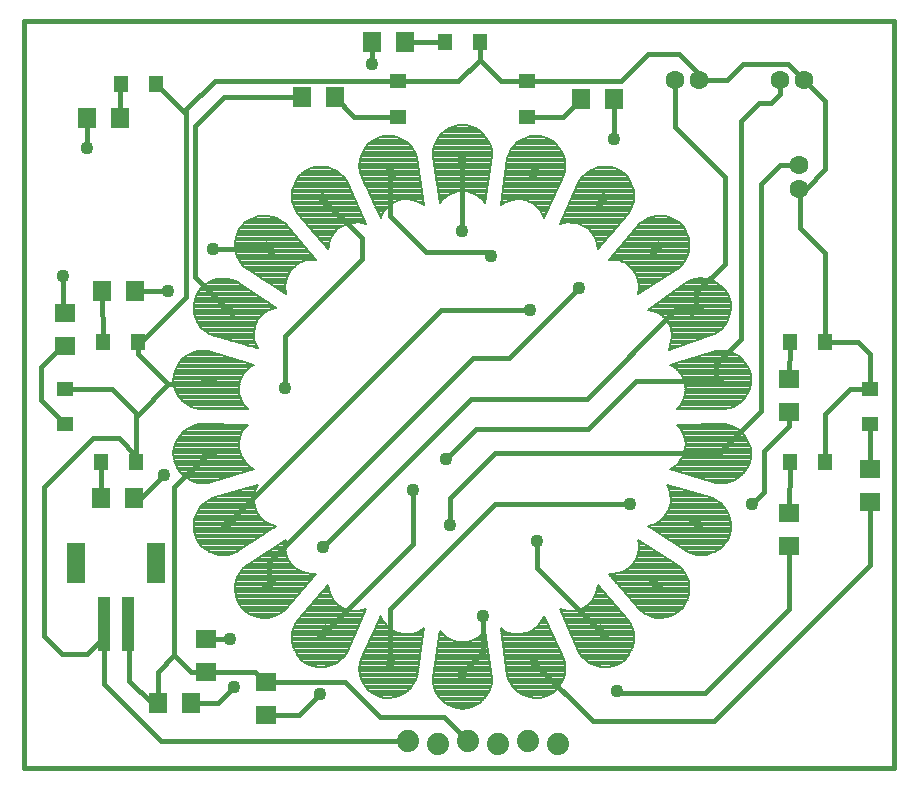
<source format=gtl>
G75*
%MOIN*%
%OFA0B0*%
%FSLAX25Y25*%
%IPPOS*%
%LPD*%
%AMOC8*
5,1,8,0,0,1.08239X$1,22.5*
%
%ADD10C,0.01600*%
%ADD11C,0.06299*%
%ADD12R,0.07087X0.06299*%
%ADD13R,0.06299X0.07087*%
%ADD14R,0.03937X0.18110*%
%ADD15R,0.06299X0.13386*%
%ADD16C,0.07400*%
%ADD17R,0.04724X0.05512*%
%ADD18R,0.05512X0.04724*%
%ADD19C,0.00800*%
%ADD20R,0.05000X0.02500*%
%ADD21R,0.02500X0.05000*%
%ADD22C,0.04362*%
D10*
X0099122Y0098622D02*
X0389122Y0098622D01*
X0389122Y0347622D01*
X0099122Y0347622D01*
X0099122Y0098622D01*
X0125622Y0126622D02*
X0144622Y0107622D01*
X0227122Y0107622D01*
X0217622Y0115622D02*
X0239122Y0115622D01*
X0247122Y0107622D01*
X0245122Y0130122D02*
X0252122Y0137122D01*
X0252122Y0149122D01*
X0269122Y0133622D02*
X0288622Y0114122D01*
X0329122Y0114122D01*
X0381122Y0166122D01*
X0381122Y0187110D01*
X0381122Y0198134D02*
X0381122Y0213217D01*
X0381122Y0225028D02*
X0374528Y0225028D01*
X0366122Y0216622D01*
X0366122Y0200717D01*
X0366028Y0200622D01*
X0354217Y0200622D02*
X0354122Y0183634D01*
X0345622Y0190622D02*
X0341622Y0186622D01*
X0345622Y0190622D02*
X0345622Y0204122D01*
X0354110Y0212610D01*
X0354110Y0217122D01*
X0354122Y0217110D01*
X0344622Y0217622D02*
X0344622Y0293122D01*
X0351122Y0299622D01*
X0357224Y0299622D01*
X0357287Y0299559D01*
X0357287Y0291685D02*
X0357622Y0291350D01*
X0357622Y0278622D01*
X0366028Y0270217D01*
X0366028Y0240622D01*
X0377122Y0240622D01*
X0381122Y0236622D01*
X0381122Y0225028D01*
X0354122Y0228134D02*
X0354217Y0240622D01*
X0338122Y0241622D02*
X0338122Y0314122D01*
X0344122Y0320122D01*
X0348122Y0320122D01*
X0351122Y0323122D01*
X0351122Y0327724D01*
X0351185Y0327787D01*
X0353724Y0333122D02*
X0359059Y0327787D01*
X0366122Y0320724D01*
X0366122Y0298122D01*
X0359685Y0291685D01*
X0357287Y0291685D01*
X0332622Y0295622D02*
X0316122Y0312122D01*
X0316122Y0327724D01*
X0316185Y0327787D01*
X0324059Y0327787D02*
X0326122Y0327787D01*
X0317287Y0336622D01*
X0307122Y0336622D01*
X0298028Y0327528D01*
X0266622Y0327528D01*
X0266528Y0327622D01*
X0258122Y0327622D01*
X0251028Y0334717D01*
X0243839Y0327528D01*
X0223622Y0327528D01*
X0223528Y0327622D01*
X0162622Y0327622D01*
X0153122Y0318122D01*
X0153122Y0316528D01*
X0143028Y0326622D01*
X0131217Y0326622D02*
X0131122Y0326717D01*
X0131134Y0315122D01*
X0120110Y0315122D02*
X0120122Y0305122D01*
X0153122Y0316528D02*
X0153122Y0255622D01*
X0138122Y0240622D01*
X0137028Y0240622D01*
X0137028Y0236717D01*
X0147122Y0226622D01*
X0159622Y0226622D01*
X0160622Y0227622D01*
X0147122Y0226622D02*
X0136872Y0216372D01*
X0128217Y0225028D01*
X0112622Y0225028D01*
X0104622Y0221217D02*
X0104622Y0232122D01*
X0111610Y0239110D01*
X0112622Y0239110D01*
X0112622Y0250134D02*
X0112122Y0250634D01*
X0112122Y0262622D01*
X0125110Y0257622D02*
X0125217Y0240622D01*
X0136134Y0257622D02*
X0147122Y0257622D01*
X0156122Y0262122D02*
X0156122Y0312622D01*
X0165622Y0322122D01*
X0191610Y0322122D01*
X0202634Y0322122D02*
X0209039Y0315717D01*
X0223622Y0315717D01*
X0221122Y0297622D02*
X0221122Y0282622D01*
X0233122Y0270622D01*
X0253122Y0270622D01*
X0254622Y0269122D01*
X0245122Y0277622D02*
X0245122Y0301122D01*
X0266622Y0315717D02*
X0278705Y0315717D01*
X0284610Y0321622D01*
X0295622Y0321610D02*
X0295634Y0321622D01*
X0295622Y0321610D02*
X0295622Y0308122D01*
X0326122Y0327787D02*
X0333287Y0327787D01*
X0338622Y0333122D01*
X0353724Y0333122D01*
X0332622Y0295622D02*
X0332622Y0266622D01*
X0323122Y0257122D01*
X0323122Y0251122D01*
X0316122Y0251122D01*
X0286622Y0221622D01*
X0248122Y0221622D01*
X0198622Y0172122D01*
X0180622Y0167122D02*
X0180622Y0159622D01*
X0180622Y0167122D02*
X0248622Y0235122D01*
X0260622Y0235122D01*
X0284122Y0258622D01*
X0267622Y0251122D02*
X0238122Y0251122D01*
X0167122Y0180122D01*
X0149122Y0192122D02*
X0160622Y0203622D01*
X0149122Y0192122D02*
X0149122Y0136122D01*
X0143610Y0130610D01*
X0143610Y0120122D01*
X0141622Y0120122D01*
X0134122Y0127622D01*
X0134122Y0145992D01*
X0133559Y0146555D01*
X0125685Y0146555D02*
X0125622Y0146492D01*
X0125622Y0142122D01*
X0125622Y0126622D01*
X0120122Y0136622D02*
X0125622Y0142122D01*
X0120122Y0136622D02*
X0111622Y0136622D01*
X0105622Y0142622D01*
X0105622Y0192122D01*
X0122122Y0208622D01*
X0130622Y0208622D01*
X0136528Y0202717D01*
X0136528Y0200622D01*
X0136528Y0200217D01*
X0136528Y0200622D02*
X0136528Y0216028D01*
X0136872Y0216372D01*
X0124717Y0200622D02*
X0124610Y0188622D01*
X0135634Y0188622D02*
X0138122Y0188622D01*
X0145622Y0196122D01*
X0112622Y0213217D02*
X0104622Y0221217D01*
X0156122Y0262122D02*
X0167122Y0251122D01*
X0186122Y0242622D02*
X0211622Y0268122D01*
X0211622Y0275122D01*
X0199122Y0287622D01*
X0180622Y0271622D02*
X0162122Y0271622D01*
X0186122Y0242622D02*
X0186122Y0225122D01*
X0228622Y0191122D02*
X0228622Y0173122D01*
X0199122Y0143622D01*
X0206110Y0127134D02*
X0179622Y0127134D01*
X0176146Y0130610D01*
X0159622Y0130610D01*
X0154634Y0130610D01*
X0149122Y0136122D01*
X0159622Y0141634D02*
X0159634Y0141622D01*
X0167622Y0141622D01*
X0169122Y0125622D02*
X0163622Y0120122D01*
X0154634Y0120122D01*
X0179622Y0116110D02*
X0190610Y0116110D01*
X0197622Y0123122D01*
X0206110Y0127134D02*
X0217622Y0115622D01*
X0221122Y0133622D02*
X0221122Y0151622D01*
X0256122Y0186622D01*
X0301122Y0186622D01*
X0287122Y0211622D02*
X0303122Y0227622D01*
X0329622Y0227622D01*
X0329622Y0233122D01*
X0338122Y0241622D01*
X0344622Y0217622D02*
X0330622Y0203622D01*
X0329622Y0203622D01*
X0256122Y0203622D01*
X0241122Y0188622D01*
X0241122Y0179622D01*
X0239622Y0201622D02*
X0249622Y0211622D01*
X0287122Y0211622D01*
X0270122Y0174122D02*
X0270122Y0165122D01*
X0291622Y0143622D01*
X0296622Y0124122D02*
X0296622Y0123622D01*
X0326122Y0123622D01*
X0354122Y0151622D01*
X0354122Y0172610D01*
X0251028Y0334717D02*
X0251028Y0340622D01*
X0239217Y0340622D02*
X0226134Y0340622D01*
X0215122Y0340610D02*
X0215122Y0333122D01*
X0215122Y0340610D02*
X0215110Y0340622D01*
D11*
X0316185Y0327787D03*
X0324059Y0327787D03*
X0351185Y0327787D03*
X0359059Y0327787D03*
X0357287Y0299559D03*
X0357287Y0291685D03*
D12*
X0354122Y0228134D03*
X0354122Y0217110D03*
X0381122Y0198134D03*
X0381122Y0187110D03*
X0354122Y0183634D03*
X0354122Y0172610D03*
X0179622Y0127134D03*
X0179622Y0116110D03*
X0159622Y0130610D03*
X0159622Y0141634D03*
X0112622Y0239110D03*
X0112622Y0250134D03*
D13*
X0125110Y0257622D03*
X0136134Y0257622D03*
X0131134Y0315122D03*
X0120110Y0315122D03*
X0191610Y0322122D03*
X0202634Y0322122D03*
X0215110Y0340622D03*
X0226134Y0340622D03*
X0284610Y0321622D03*
X0295634Y0321622D03*
X0135634Y0188622D03*
X0124610Y0188622D03*
X0143610Y0120122D03*
X0154634Y0120122D03*
D14*
X0133559Y0146555D03*
X0125685Y0146555D03*
D15*
X0116236Y0167028D03*
X0143008Y0167028D03*
D16*
X0227122Y0107622D03*
X0237122Y0106622D03*
X0247122Y0107622D03*
X0257122Y0106622D03*
X0267122Y0107622D03*
X0277122Y0106622D03*
D17*
X0354217Y0200622D03*
X0366028Y0200622D03*
X0366028Y0240622D03*
X0354217Y0240622D03*
X0251028Y0340622D03*
X0239217Y0340622D03*
X0143028Y0326622D03*
X0131217Y0326622D03*
X0137028Y0240622D03*
X0125217Y0240622D03*
X0124717Y0200622D03*
X0136528Y0200622D03*
D18*
X0112622Y0213217D03*
X0112622Y0225028D03*
X0223622Y0315717D03*
X0223622Y0327528D03*
X0266622Y0327528D03*
X0266622Y0315717D03*
X0381122Y0225028D03*
X0381122Y0213217D03*
D19*
X0341207Y0205077D02*
X0340788Y0206596D01*
X0340136Y0208031D01*
X0339268Y0209346D01*
X0338205Y0210509D01*
X0336973Y0211491D01*
X0335603Y0212269D01*
X0334128Y0212823D01*
X0332585Y0213139D01*
X0316661Y0213047D01*
X0317642Y0211967D01*
X0318439Y0210744D01*
X0319031Y0209409D01*
X0319402Y0207997D01*
X0319544Y0206545D01*
X0319452Y0205088D01*
X0319128Y0203664D01*
X0318583Y0202310D01*
X0317828Y0201061D01*
X0316883Y0199947D01*
X0315774Y0198999D01*
X0314527Y0198240D01*
X0329777Y0193656D01*
X0331347Y0193523D01*
X0332918Y0193638D01*
X0334453Y0193997D01*
X0335912Y0194592D01*
X0337260Y0195408D01*
X0338464Y0196424D01*
X0339494Y0197616D01*
X0340325Y0198955D01*
X0340936Y0200407D01*
X0341312Y0201937D01*
X0341383Y0203511D01*
X0341207Y0205077D01*
X0341213Y0205026D02*
X0319437Y0205026D01*
X0319498Y0205824D02*
X0341001Y0205824D01*
X0340776Y0206623D02*
X0319536Y0206623D01*
X0319458Y0207421D02*
X0340413Y0207421D01*
X0340011Y0208220D02*
X0319344Y0208220D01*
X0319134Y0209018D02*
X0339484Y0209018D01*
X0338838Y0209817D02*
X0318850Y0209817D01*
X0318496Y0210615D02*
X0338072Y0210615D01*
X0337071Y0211414D02*
X0318003Y0211414D01*
X0317420Y0212212D02*
X0335704Y0212212D01*
X0333212Y0213011D02*
X0316694Y0213011D01*
X0316661Y0218197D02*
X0332585Y0218105D01*
X0334128Y0218421D01*
X0335603Y0218975D01*
X0336974Y0219753D01*
X0338205Y0220735D01*
X0339268Y0221898D01*
X0340136Y0223213D01*
X0340788Y0224648D01*
X0341207Y0226167D01*
X0341383Y0227733D01*
X0341312Y0229307D01*
X0340936Y0230837D01*
X0340324Y0232289D01*
X0339494Y0233628D01*
X0338464Y0234820D01*
X0337260Y0235836D01*
X0335912Y0236652D01*
X0334453Y0237247D01*
X0332918Y0237606D01*
X0331347Y0237721D01*
X0329777Y0237589D01*
X0314527Y0233004D01*
X0315774Y0232245D01*
X0316883Y0231297D01*
X0317828Y0230183D01*
X0318583Y0228934D01*
X0319128Y0227580D01*
X0319452Y0226156D01*
X0319544Y0224700D01*
X0319402Y0223247D01*
X0319031Y0221835D01*
X0318439Y0220500D01*
X0317642Y0219277D01*
X0316661Y0218197D01*
X0317027Y0218600D02*
X0334605Y0218600D01*
X0336350Y0219399D02*
X0317722Y0219399D01*
X0318242Y0220197D02*
X0337531Y0220197D01*
X0338444Y0220996D02*
X0318659Y0220996D01*
X0319013Y0221794D02*
X0339173Y0221794D01*
X0339727Y0222593D02*
X0319230Y0222593D01*
X0319416Y0223391D02*
X0340217Y0223391D01*
X0340580Y0224190D02*
X0319494Y0224190D01*
X0319525Y0224988D02*
X0340882Y0224988D01*
X0341102Y0225787D02*
X0319475Y0225787D01*
X0319354Y0226585D02*
X0341254Y0226585D01*
X0341344Y0227384D02*
X0319173Y0227384D01*
X0318886Y0228182D02*
X0341363Y0228182D01*
X0341327Y0228981D02*
X0318554Y0228981D01*
X0318072Y0229779D02*
X0341196Y0229779D01*
X0340999Y0230578D02*
X0317493Y0230578D01*
X0316790Y0231376D02*
X0340709Y0231376D01*
X0340372Y0232175D02*
X0315856Y0232175D01*
X0314578Y0232973D02*
X0339900Y0232973D01*
X0339369Y0233772D02*
X0317080Y0233772D01*
X0319737Y0234570D02*
X0338679Y0234570D01*
X0337813Y0235369D02*
X0322393Y0235369D01*
X0325049Y0236167D02*
X0336712Y0236167D01*
X0335142Y0236966D02*
X0327706Y0236966D01*
X0322700Y0240959D02*
X0314866Y0240959D01*
X0314849Y0240762D02*
X0314491Y0239347D01*
X0313912Y0238006D01*
X0329008Y0243077D01*
X0330366Y0243877D01*
X0331582Y0244878D01*
X0332626Y0246058D01*
X0333473Y0247387D01*
X0334102Y0248831D01*
X0334497Y0250357D01*
X0334649Y0251925D01*
X0334554Y0253498D01*
X0334213Y0255036D01*
X0333636Y0256502D01*
X0332785Y0257828D01*
X0331736Y0259004D01*
X0330516Y0260001D01*
X0329155Y0260796D01*
X0327687Y0261367D01*
X0326148Y0261703D01*
X0324574Y0261793D01*
X0323007Y0261636D01*
X0321483Y0261235D01*
X0320040Y0260601D01*
X0307097Y0251325D01*
X0308523Y0251010D01*
X0309880Y0250472D01*
X0311134Y0249725D01*
X0312253Y0248787D01*
X0313208Y0247683D01*
X0313975Y0246441D01*
X0314534Y0245093D01*
X0314870Y0243672D01*
X0314976Y0242216D01*
X0314849Y0240762D01*
X0314697Y0240160D02*
X0320323Y0240160D01*
X0317946Y0239362D02*
X0314495Y0239362D01*
X0314153Y0238563D02*
X0315569Y0238563D01*
X0314936Y0241757D02*
X0325077Y0241757D01*
X0327454Y0242556D02*
X0314952Y0242556D01*
X0314894Y0243354D02*
X0329478Y0243354D01*
X0330701Y0244153D02*
X0314756Y0244153D01*
X0314567Y0244951D02*
X0331646Y0244951D01*
X0332353Y0245750D02*
X0314261Y0245750D01*
X0313909Y0246548D02*
X0332939Y0246548D01*
X0333448Y0247347D02*
X0313416Y0247347D01*
X0312808Y0248145D02*
X0333804Y0248145D01*
X0334131Y0248944D02*
X0312066Y0248944D01*
X0311105Y0249742D02*
X0334338Y0249742D01*
X0334515Y0250541D02*
X0309707Y0250541D01*
X0308232Y0252138D02*
X0334636Y0252138D01*
X0334588Y0252936D02*
X0309346Y0252936D01*
X0310460Y0253735D02*
X0334501Y0253735D01*
X0334324Y0254533D02*
X0311574Y0254533D01*
X0312688Y0255332D02*
X0334097Y0255332D01*
X0333783Y0256130D02*
X0313802Y0256130D01*
X0314916Y0256929D02*
X0333362Y0256929D01*
X0332849Y0257727D02*
X0316030Y0257727D01*
X0317144Y0258526D02*
X0332162Y0258526D01*
X0331344Y0259324D02*
X0318259Y0259324D01*
X0319373Y0260123D02*
X0330308Y0260123D01*
X0328833Y0260921D02*
X0320768Y0260921D01*
X0323848Y0261720D02*
X0325845Y0261720D01*
X0319128Y0267309D02*
X0298509Y0267309D01*
X0298313Y0267406D02*
X0299623Y0266762D01*
X0300814Y0265918D01*
X0301855Y0264894D01*
X0302720Y0263718D01*
X0303386Y0262419D01*
X0303836Y0261030D01*
X0304059Y0259588D01*
X0304049Y0258128D01*
X0303807Y0256688D01*
X0317257Y0265214D01*
X0318385Y0266314D01*
X0319327Y0267577D01*
X0320060Y0268971D01*
X0320566Y0270464D01*
X0320832Y0272017D01*
X0320852Y0273592D01*
X0320625Y0275151D01*
X0320157Y0276656D01*
X0319459Y0278069D01*
X0318549Y0279355D01*
X0317406Y0280439D01*
X0316107Y0281331D01*
X0314685Y0282009D01*
X0313174Y0282456D01*
X0311611Y0282661D01*
X0310036Y0282619D01*
X0308487Y0282331D01*
X0307002Y0281805D01*
X0305618Y0281052D01*
X0304368Y0280093D01*
X0294011Y0267996D01*
X0295471Y0268031D01*
X0296917Y0267832D01*
X0298313Y0267406D01*
X0299978Y0266511D02*
X0318532Y0266511D01*
X0317768Y0265712D02*
X0301023Y0265712D01*
X0301835Y0264914D02*
X0316784Y0264914D01*
X0315524Y0264115D02*
X0302428Y0264115D01*
X0302925Y0263317D02*
X0314264Y0263317D01*
X0313005Y0262518D02*
X0303335Y0262518D01*
X0303612Y0261720D02*
X0311745Y0261720D01*
X0310485Y0260921D02*
X0303853Y0260921D01*
X0303976Y0260123D02*
X0309225Y0260123D01*
X0307966Y0259324D02*
X0304057Y0259324D01*
X0304052Y0258526D02*
X0306706Y0258526D01*
X0305446Y0257727D02*
X0303982Y0257727D01*
X0303847Y0256929D02*
X0304186Y0256929D01*
X0307118Y0251339D02*
X0334592Y0251339D01*
X0319606Y0268108D02*
X0294107Y0268108D01*
X0294791Y0268906D02*
X0320026Y0268906D01*
X0320308Y0269705D02*
X0295474Y0269705D01*
X0296158Y0270503D02*
X0320572Y0270503D01*
X0320709Y0271302D02*
X0296842Y0271302D01*
X0297525Y0272100D02*
X0320833Y0272100D01*
X0320843Y0272899D02*
X0298209Y0272899D01*
X0298893Y0273698D02*
X0320836Y0273698D01*
X0320720Y0274496D02*
X0299576Y0274496D01*
X0300260Y0275295D02*
X0320580Y0275295D01*
X0320332Y0276093D02*
X0300944Y0276093D01*
X0301627Y0276892D02*
X0320041Y0276892D01*
X0319646Y0277690D02*
X0302311Y0277690D01*
X0302995Y0278489D02*
X0319162Y0278489D01*
X0318598Y0279287D02*
X0303678Y0279287D01*
X0304362Y0280086D02*
X0317779Y0280086D01*
X0316758Y0280884D02*
X0305399Y0280884D01*
X0306778Y0281683D02*
X0315369Y0281683D01*
X0312979Y0282481D02*
X0309295Y0282481D01*
X0301527Y0285004D02*
X0302074Y0286481D01*
X0302384Y0288026D01*
X0302447Y0289601D01*
X0302264Y0291166D01*
X0301838Y0292683D01*
X0301181Y0294114D01*
X0300307Y0295426D01*
X0299239Y0296584D01*
X0298003Y0297561D01*
X0296600Y0298278D01*
X0295102Y0298767D01*
X0293546Y0299016D01*
X0291970Y0299018D01*
X0290414Y0298773D01*
X0288915Y0298288D01*
X0287510Y0297575D01*
X0286234Y0296651D01*
X0285118Y0295538D01*
X0284190Y0294265D01*
X0277670Y0279736D01*
X0279061Y0280181D01*
X0280504Y0280399D01*
X0281964Y0280384D01*
X0283402Y0280137D01*
X0284783Y0279663D01*
X0286071Y0278975D01*
X0287232Y0278091D01*
X0288238Y0277032D01*
X0289062Y0275827D01*
X0289683Y0274506D01*
X0290086Y0273103D01*
X0290260Y0271654D01*
X0300755Y0283630D01*
X0301527Y0285004D01*
X0301456Y0284877D02*
X0279977Y0284877D01*
X0280336Y0285675D02*
X0301776Y0285675D01*
X0302071Y0286474D02*
X0280694Y0286474D01*
X0281052Y0287272D02*
X0302233Y0287272D01*
X0302385Y0288071D02*
X0281411Y0288071D01*
X0281769Y0288869D02*
X0302418Y0288869D01*
X0302440Y0289668D02*
X0282127Y0289668D01*
X0282486Y0290466D02*
X0302346Y0290466D01*
X0302236Y0291265D02*
X0282844Y0291265D01*
X0283202Y0292063D02*
X0302012Y0292063D01*
X0301756Y0292862D02*
X0283561Y0292862D01*
X0283919Y0293660D02*
X0301389Y0293660D01*
X0300951Y0294459D02*
X0284332Y0294459D01*
X0284914Y0295257D02*
X0300419Y0295257D01*
X0299726Y0296056D02*
X0285637Y0296056D01*
X0286515Y0296854D02*
X0298897Y0296854D01*
X0297823Y0297653D02*
X0287663Y0297653D01*
X0289419Y0298451D02*
X0296069Y0298451D01*
X0301007Y0284078D02*
X0279619Y0284078D01*
X0279260Y0283280D02*
X0300448Y0283280D01*
X0299749Y0282481D02*
X0278902Y0282481D01*
X0278544Y0281683D02*
X0299049Y0281683D01*
X0298349Y0280884D02*
X0278185Y0280884D01*
X0277827Y0280086D02*
X0278761Y0280086D01*
X0283551Y0280086D02*
X0297649Y0280086D01*
X0296949Y0279287D02*
X0285487Y0279287D01*
X0286710Y0278489D02*
X0296250Y0278489D01*
X0295550Y0277690D02*
X0287613Y0277690D01*
X0288334Y0276892D02*
X0294850Y0276892D01*
X0294150Y0276093D02*
X0288880Y0276093D01*
X0289312Y0275295D02*
X0293450Y0275295D01*
X0292751Y0274496D02*
X0289686Y0274496D01*
X0289915Y0273698D02*
X0292051Y0273698D01*
X0291351Y0272899D02*
X0290110Y0272899D01*
X0290206Y0272100D02*
X0290651Y0272100D01*
X0274062Y0285675D02*
X0269885Y0285675D01*
X0269996Y0285584D02*
X0270965Y0284493D01*
X0271748Y0283260D01*
X0272324Y0281919D01*
X0279011Y0296371D01*
X0279363Y0297907D01*
X0279471Y0299479D01*
X0279332Y0301048D01*
X0278948Y0302577D01*
X0278331Y0304026D01*
X0277494Y0305361D01*
X0276459Y0306549D01*
X0275250Y0307560D01*
X0273899Y0308370D01*
X0272437Y0308958D01*
X0270889Y0309250D01*
X0269314Y0309296D01*
X0267751Y0309095D01*
X0266239Y0308652D01*
X0264815Y0307978D01*
X0263513Y0307090D01*
X0262367Y0306009D01*
X0261404Y0304762D01*
X0260648Y0303380D01*
X0260117Y0301896D01*
X0257964Y0286118D01*
X0259172Y0286938D01*
X0260496Y0287554D01*
X0261900Y0287952D01*
X0263350Y0288121D01*
X0264809Y0288056D01*
X0266238Y0287760D01*
X0267602Y0287239D01*
X0268865Y0286508D01*
X0269996Y0285584D01*
X0270624Y0284877D02*
X0273692Y0284877D01*
X0273323Y0284078D02*
X0271228Y0284078D01*
X0271735Y0283280D02*
X0272953Y0283280D01*
X0272584Y0282481D02*
X0272082Y0282481D01*
X0274431Y0286474D02*
X0268907Y0286474D01*
X0267515Y0287272D02*
X0274801Y0287272D01*
X0275170Y0288071D02*
X0264474Y0288071D01*
X0262922Y0288071D02*
X0258231Y0288071D01*
X0258340Y0288869D02*
X0275540Y0288869D01*
X0275909Y0289668D02*
X0258449Y0289668D01*
X0258558Y0290466D02*
X0276279Y0290466D01*
X0276648Y0291265D02*
X0258667Y0291265D01*
X0258776Y0292063D02*
X0277018Y0292063D01*
X0277387Y0292862D02*
X0258885Y0292862D01*
X0258993Y0293660D02*
X0277757Y0293660D01*
X0278126Y0294459D02*
X0259102Y0294459D01*
X0259211Y0295257D02*
X0278496Y0295257D01*
X0278865Y0296056D02*
X0259320Y0296056D01*
X0259429Y0296854D02*
X0279122Y0296854D01*
X0279305Y0297653D02*
X0259538Y0297653D01*
X0259647Y0298451D02*
X0279401Y0298451D01*
X0279455Y0299250D02*
X0259756Y0299250D01*
X0259865Y0300048D02*
X0279420Y0300048D01*
X0279349Y0300847D02*
X0259974Y0300847D01*
X0260083Y0301645D02*
X0279182Y0301645D01*
X0278982Y0302444D02*
X0260313Y0302444D01*
X0260599Y0303242D02*
X0278665Y0303242D01*
X0278321Y0304041D02*
X0261010Y0304041D01*
X0261464Y0304839D02*
X0277821Y0304839D01*
X0277253Y0305638D02*
X0262081Y0305638D01*
X0262820Y0306436D02*
X0276557Y0306436D01*
X0275639Y0307235D02*
X0263726Y0307235D01*
X0264931Y0308034D02*
X0274460Y0308034D01*
X0272751Y0308832D02*
X0266852Y0308832D01*
X0254534Y0305809D02*
X0253960Y0307276D01*
X0253163Y0308635D01*
X0252163Y0309853D01*
X0250985Y0310900D01*
X0249658Y0311749D01*
X0248215Y0312381D01*
X0246690Y0312779D01*
X0245122Y0312933D01*
X0243554Y0312779D01*
X0242029Y0312381D01*
X0240586Y0311749D01*
X0239259Y0310900D01*
X0238081Y0309853D01*
X0237081Y0308635D01*
X0236285Y0307276D01*
X0235710Y0305809D01*
X0235372Y0304270D01*
X0235280Y0302697D01*
X0237642Y0286949D01*
X0238571Y0288075D01*
X0239668Y0289038D01*
X0240905Y0289814D01*
X0242249Y0290383D01*
X0243667Y0290730D01*
X0245122Y0290847D01*
X0246577Y0290730D01*
X0247995Y0290383D01*
X0249339Y0289814D01*
X0250576Y0289038D01*
X0251673Y0288075D01*
X0252602Y0286949D01*
X0254965Y0302697D01*
X0254872Y0304270D01*
X0254534Y0305809D01*
X0254571Y0305638D02*
X0235673Y0305638D01*
X0235497Y0304839D02*
X0254747Y0304839D01*
X0254885Y0304041D02*
X0235359Y0304041D01*
X0235312Y0303242D02*
X0254932Y0303242D01*
X0254927Y0302444D02*
X0235317Y0302444D01*
X0235437Y0301645D02*
X0254807Y0301645D01*
X0254687Y0300847D02*
X0235557Y0300847D01*
X0235677Y0300048D02*
X0254567Y0300048D01*
X0254448Y0299250D02*
X0235797Y0299250D01*
X0235916Y0298451D02*
X0254328Y0298451D01*
X0254208Y0297653D02*
X0236036Y0297653D01*
X0236156Y0296854D02*
X0254088Y0296854D01*
X0253968Y0296056D02*
X0236276Y0296056D01*
X0236395Y0295257D02*
X0253849Y0295257D01*
X0253729Y0294459D02*
X0236515Y0294459D01*
X0236635Y0293660D02*
X0253609Y0293660D01*
X0253489Y0292862D02*
X0236755Y0292862D01*
X0236875Y0292063D02*
X0253370Y0292063D01*
X0253250Y0291265D02*
X0236994Y0291265D01*
X0237114Y0290466D02*
X0242591Y0290466D01*
X0240672Y0289668D02*
X0237234Y0289668D01*
X0237354Y0288869D02*
X0239476Y0288869D01*
X0238568Y0288071D02*
X0237473Y0288071D01*
X0237593Y0287272D02*
X0237909Y0287272D01*
X0232231Y0286474D02*
X0231755Y0286474D01*
X0232280Y0286118D02*
X0230127Y0301896D01*
X0229596Y0303380D01*
X0228840Y0304762D01*
X0227877Y0306009D01*
X0226731Y0307090D01*
X0225430Y0307979D01*
X0224005Y0308653D01*
X0222493Y0309095D01*
X0220930Y0309296D01*
X0219355Y0309250D01*
X0217807Y0308958D01*
X0216345Y0308370D01*
X0214994Y0307560D01*
X0213785Y0306549D01*
X0212750Y0305361D01*
X0211913Y0304026D01*
X0211296Y0302577D01*
X0210913Y0301048D01*
X0210773Y0299479D01*
X0210881Y0297907D01*
X0211233Y0296371D01*
X0217920Y0281919D01*
X0218496Y0283260D01*
X0219279Y0284493D01*
X0220248Y0285584D01*
X0221379Y0286508D01*
X0222642Y0287239D01*
X0224006Y0287760D01*
X0225435Y0288056D01*
X0226894Y0288121D01*
X0228344Y0287952D01*
X0229748Y0287554D01*
X0231072Y0286938D01*
X0232280Y0286118D01*
X0232122Y0287272D02*
X0230354Y0287272D01*
X0232013Y0288071D02*
X0227322Y0288071D01*
X0225770Y0288071D02*
X0215074Y0288071D01*
X0214704Y0288869D02*
X0231904Y0288869D01*
X0231795Y0289668D02*
X0214335Y0289668D01*
X0213965Y0290466D02*
X0231686Y0290466D01*
X0231577Y0291265D02*
X0213596Y0291265D01*
X0213226Y0292063D02*
X0231468Y0292063D01*
X0231360Y0292862D02*
X0212857Y0292862D01*
X0212487Y0293660D02*
X0231251Y0293660D01*
X0231142Y0294459D02*
X0212118Y0294459D01*
X0211748Y0295257D02*
X0231033Y0295257D01*
X0230924Y0296056D02*
X0211379Y0296056D01*
X0211122Y0296854D02*
X0230815Y0296854D01*
X0230706Y0297653D02*
X0210939Y0297653D01*
X0210844Y0298451D02*
X0230597Y0298451D01*
X0230488Y0299250D02*
X0210789Y0299250D01*
X0210824Y0300048D02*
X0230379Y0300048D01*
X0230270Y0300847D02*
X0210895Y0300847D01*
X0211062Y0301645D02*
X0230161Y0301645D01*
X0229931Y0302444D02*
X0211263Y0302444D01*
X0211580Y0303242D02*
X0229645Y0303242D01*
X0229235Y0304041D02*
X0211923Y0304041D01*
X0212423Y0304839D02*
X0228780Y0304839D01*
X0228164Y0305638D02*
X0212991Y0305638D01*
X0213687Y0306436D02*
X0227424Y0306436D01*
X0226519Y0307235D02*
X0214605Y0307235D01*
X0215784Y0308034D02*
X0225313Y0308034D01*
X0223392Y0308832D02*
X0217493Y0308832D01*
X0205107Y0296056D02*
X0191018Y0296056D01*
X0191505Y0296584D02*
X0190437Y0295426D01*
X0189564Y0294114D01*
X0188906Y0292683D01*
X0188480Y0291166D01*
X0188297Y0289601D01*
X0188361Y0288026D01*
X0188670Y0286481D01*
X0189217Y0285004D01*
X0189989Y0283630D01*
X0200484Y0271654D01*
X0200658Y0273103D01*
X0201061Y0274506D01*
X0201682Y0275827D01*
X0202506Y0277032D01*
X0203512Y0278091D01*
X0204673Y0278975D01*
X0205961Y0279663D01*
X0207342Y0280137D01*
X0208780Y0280384D01*
X0210240Y0280399D01*
X0211684Y0280181D01*
X0213074Y0279736D01*
X0206554Y0294265D01*
X0205626Y0295538D01*
X0204510Y0296651D01*
X0203234Y0297575D01*
X0201829Y0298289D01*
X0200330Y0298773D01*
X0198774Y0299018D01*
X0197198Y0299016D01*
X0195642Y0298767D01*
X0194144Y0298278D01*
X0192741Y0297561D01*
X0191505Y0296584D01*
X0191847Y0296854D02*
X0204229Y0296854D01*
X0203081Y0297653D02*
X0192921Y0297653D01*
X0194675Y0298451D02*
X0201326Y0298451D01*
X0205830Y0295257D02*
X0190325Y0295257D01*
X0189793Y0294459D02*
X0206412Y0294459D01*
X0206825Y0293660D02*
X0189355Y0293660D01*
X0188988Y0292862D02*
X0207183Y0292862D01*
X0207542Y0292063D02*
X0188732Y0292063D01*
X0188508Y0291265D02*
X0207900Y0291265D01*
X0208258Y0290466D02*
X0188398Y0290466D01*
X0188305Y0289668D02*
X0208617Y0289668D01*
X0208975Y0288869D02*
X0188326Y0288869D01*
X0188359Y0288071D02*
X0209333Y0288071D01*
X0209692Y0287272D02*
X0188512Y0287272D01*
X0188673Y0286474D02*
X0210050Y0286474D01*
X0210409Y0285675D02*
X0188968Y0285675D01*
X0189288Y0284877D02*
X0210767Y0284877D01*
X0211125Y0284078D02*
X0189737Y0284078D01*
X0190296Y0283280D02*
X0211484Y0283280D01*
X0211842Y0282481D02*
X0190995Y0282481D01*
X0191695Y0281683D02*
X0212200Y0281683D01*
X0212559Y0280884D02*
X0192395Y0280884D01*
X0193095Y0280086D02*
X0207193Y0280086D01*
X0205257Y0279287D02*
X0193795Y0279287D01*
X0194494Y0278489D02*
X0204034Y0278489D01*
X0203131Y0277690D02*
X0195194Y0277690D01*
X0195894Y0276892D02*
X0202410Y0276892D01*
X0201864Y0276093D02*
X0196594Y0276093D01*
X0197294Y0275295D02*
X0201432Y0275295D01*
X0201058Y0274496D02*
X0197993Y0274496D01*
X0198693Y0273698D02*
X0200829Y0273698D01*
X0200634Y0272899D02*
X0199393Y0272899D01*
X0200093Y0272100D02*
X0200538Y0272100D01*
X0196137Y0268108D02*
X0170638Y0268108D01*
X0170917Y0267577D02*
X0171859Y0266314D01*
X0172987Y0265214D01*
X0186437Y0256688D01*
X0186195Y0258128D01*
X0186185Y0259588D01*
X0186408Y0261030D01*
X0186858Y0262419D01*
X0187524Y0263718D01*
X0188389Y0264894D01*
X0189430Y0265918D01*
X0190621Y0266762D01*
X0191931Y0267406D01*
X0193327Y0267832D01*
X0194773Y0268031D01*
X0196233Y0267996D01*
X0185876Y0280093D01*
X0184626Y0281052D01*
X0183242Y0281805D01*
X0181757Y0282331D01*
X0180208Y0282619D01*
X0178633Y0282661D01*
X0177070Y0282456D01*
X0175559Y0282009D01*
X0174137Y0281331D01*
X0172838Y0280439D01*
X0171695Y0279355D01*
X0170785Y0278069D01*
X0170087Y0276656D01*
X0169619Y0275151D01*
X0169393Y0273592D01*
X0169413Y0272017D01*
X0169679Y0270464D01*
X0170184Y0268971D01*
X0170917Y0267577D01*
X0171117Y0267309D02*
X0191735Y0267309D01*
X0190266Y0266511D02*
X0171712Y0266511D01*
X0172476Y0265712D02*
X0189221Y0265712D01*
X0188409Y0264914D02*
X0173460Y0264914D01*
X0174720Y0264115D02*
X0187816Y0264115D01*
X0187319Y0263317D02*
X0175980Y0263317D01*
X0177240Y0262518D02*
X0186909Y0262518D01*
X0186632Y0261720D02*
X0178499Y0261720D01*
X0179759Y0260921D02*
X0186391Y0260921D01*
X0186268Y0260123D02*
X0181019Y0260123D01*
X0182279Y0259324D02*
X0186187Y0259324D01*
X0186192Y0258526D02*
X0183538Y0258526D01*
X0184798Y0257727D02*
X0186262Y0257727D01*
X0186397Y0256929D02*
X0186058Y0256929D01*
X0182988Y0252138D02*
X0155582Y0252138D01*
X0155571Y0251401D02*
X0155595Y0252977D01*
X0155865Y0254529D01*
X0156374Y0256020D01*
X0157165Y0257383D01*
X0158160Y0258605D01*
X0159333Y0259657D01*
X0160656Y0260512D01*
X0162097Y0261150D01*
X0163620Y0261555D01*
X0165187Y0261716D01*
X0166760Y0261630D01*
X0168301Y0261299D01*
X0169771Y0260731D01*
X0183121Y0252051D01*
X0181711Y0251672D01*
X0180380Y0251074D01*
X0179161Y0250270D01*
X0178086Y0249283D01*
X0177182Y0248137D01*
X0176472Y0246861D01*
X0175975Y0245488D01*
X0175703Y0244054D01*
X0175663Y0242595D01*
X0175857Y0241148D01*
X0176278Y0239750D01*
X0176917Y0238438D01*
X0161607Y0242819D01*
X0160215Y0243556D01*
X0158954Y0244501D01*
X0157857Y0245632D01*
X0156951Y0246921D01*
X0156257Y0248336D01*
X0155793Y0249842D01*
X0155571Y0251401D01*
X0155579Y0251339D02*
X0180970Y0251339D01*
X0179572Y0250541D02*
X0155693Y0250541D01*
X0155824Y0249742D02*
X0178586Y0249742D01*
X0177819Y0248944D02*
X0156070Y0248944D01*
X0156351Y0248145D02*
X0177189Y0248145D01*
X0176743Y0247347D02*
X0156742Y0247347D01*
X0157213Y0246548D02*
X0176359Y0246548D01*
X0176070Y0245750D02*
X0157775Y0245750D01*
X0158518Y0244951D02*
X0175873Y0244951D01*
X0175722Y0244153D02*
X0159419Y0244153D01*
X0160596Y0243354D02*
X0175684Y0243354D01*
X0175669Y0242556D02*
X0162527Y0242556D01*
X0165318Y0241757D02*
X0175775Y0241757D01*
X0175914Y0240959D02*
X0168108Y0240959D01*
X0170898Y0240160D02*
X0176155Y0240160D01*
X0176467Y0239362D02*
X0173689Y0239362D01*
X0176479Y0238563D02*
X0176856Y0238563D01*
X0175717Y0233004D02*
X0160467Y0237589D01*
X0158897Y0237721D01*
X0157326Y0237606D01*
X0155791Y0237247D01*
X0154332Y0236652D01*
X0152984Y0235837D01*
X0151780Y0234820D01*
X0150750Y0233628D01*
X0149920Y0232289D01*
X0149308Y0230837D01*
X0148932Y0229307D01*
X0148861Y0227733D01*
X0149037Y0226167D01*
X0149456Y0224648D01*
X0150108Y0223213D01*
X0150976Y0221898D01*
X0152039Y0220735D01*
X0153271Y0219753D01*
X0154641Y0218975D01*
X0156116Y0218421D01*
X0157660Y0218105D01*
X0173583Y0218197D01*
X0172602Y0219277D01*
X0171805Y0220500D01*
X0171213Y0221835D01*
X0170842Y0223247D01*
X0170701Y0224700D01*
X0170793Y0226156D01*
X0171116Y0227580D01*
X0171662Y0228934D01*
X0172416Y0230183D01*
X0173361Y0231297D01*
X0174470Y0232245D01*
X0175717Y0233004D01*
X0175666Y0232973D02*
X0150344Y0232973D01*
X0149872Y0232175D02*
X0174388Y0232175D01*
X0173454Y0231376D02*
X0149535Y0231376D01*
X0149245Y0230578D02*
X0172751Y0230578D01*
X0172172Y0229779D02*
X0149048Y0229779D01*
X0148917Y0228981D02*
X0171690Y0228981D01*
X0171358Y0228182D02*
X0148881Y0228182D01*
X0148900Y0227384D02*
X0171071Y0227384D01*
X0170890Y0226585D02*
X0148990Y0226585D01*
X0149142Y0225787D02*
X0170769Y0225787D01*
X0170719Y0224988D02*
X0149363Y0224988D01*
X0149665Y0224190D02*
X0170750Y0224190D01*
X0170828Y0223391D02*
X0150027Y0223391D01*
X0150518Y0222593D02*
X0171014Y0222593D01*
X0171231Y0221794D02*
X0151071Y0221794D01*
X0151801Y0220996D02*
X0171585Y0220996D01*
X0172002Y0220197D02*
X0152713Y0220197D01*
X0153894Y0219399D02*
X0172523Y0219399D01*
X0173217Y0218600D02*
X0155639Y0218600D01*
X0157032Y0213011D02*
X0173550Y0213011D01*
X0173583Y0213047D02*
X0157660Y0213139D01*
X0156116Y0212823D01*
X0154641Y0212269D01*
X0153271Y0211491D01*
X0152039Y0210509D01*
X0150976Y0209346D01*
X0150108Y0208031D01*
X0149456Y0206596D01*
X0149037Y0205077D01*
X0148861Y0203512D01*
X0148932Y0201937D01*
X0149308Y0200407D01*
X0149920Y0198955D01*
X0150750Y0197616D01*
X0151781Y0196424D01*
X0152984Y0195408D01*
X0154332Y0194592D01*
X0155792Y0193997D01*
X0157326Y0193638D01*
X0158897Y0193523D01*
X0160467Y0193656D01*
X0175717Y0198240D01*
X0174470Y0198999D01*
X0173361Y0199947D01*
X0172416Y0201061D01*
X0171662Y0202310D01*
X0171116Y0203664D01*
X0170793Y0205088D01*
X0170701Y0206545D01*
X0170842Y0207997D01*
X0171213Y0209409D01*
X0171805Y0210744D01*
X0172602Y0211967D01*
X0173583Y0213047D01*
X0172825Y0212212D02*
X0154540Y0212212D01*
X0153173Y0211414D02*
X0172241Y0211414D01*
X0171748Y0210615D02*
X0152172Y0210615D01*
X0151406Y0209817D02*
X0171394Y0209817D01*
X0171110Y0209018D02*
X0150759Y0209018D01*
X0150232Y0208220D02*
X0170900Y0208220D01*
X0170786Y0207421D02*
X0149831Y0207421D01*
X0149468Y0206623D02*
X0170708Y0206623D01*
X0170746Y0205824D02*
X0149243Y0205824D01*
X0149031Y0205026D02*
X0170807Y0205026D01*
X0170988Y0204227D02*
X0148942Y0204227D01*
X0148865Y0203429D02*
X0171211Y0203429D01*
X0171533Y0202630D02*
X0148901Y0202630D01*
X0148958Y0201831D02*
X0171951Y0201831D01*
X0172440Y0201033D02*
X0149154Y0201033D01*
X0149381Y0200234D02*
X0173117Y0200234D01*
X0173959Y0199436D02*
X0149717Y0199436D01*
X0150117Y0198637D02*
X0175064Y0198637D01*
X0174384Y0197839D02*
X0150612Y0197839D01*
X0151248Y0197040D02*
X0171728Y0197040D01*
X0169071Y0196242D02*
X0151996Y0196242D01*
X0152942Y0195443D02*
X0166415Y0195443D01*
X0163758Y0194645D02*
X0154245Y0194645D01*
X0156436Y0193846D02*
X0161102Y0193846D01*
X0163809Y0189055D02*
X0175718Y0189055D01*
X0175663Y0188649D02*
X0175857Y0190096D01*
X0176278Y0191494D01*
X0176917Y0192806D01*
X0161607Y0188425D01*
X0160215Y0187689D01*
X0158954Y0186743D01*
X0157857Y0185612D01*
X0156951Y0184323D01*
X0156257Y0182908D01*
X0155793Y0181403D01*
X0155570Y0179843D01*
X0155595Y0178267D01*
X0155865Y0176715D01*
X0156374Y0175224D01*
X0157165Y0173861D01*
X0158160Y0172639D01*
X0159333Y0171587D01*
X0160656Y0170732D01*
X0162097Y0170094D01*
X0163620Y0169690D01*
X0165187Y0169528D01*
X0166760Y0169614D01*
X0168301Y0169945D01*
X0169771Y0170513D01*
X0183121Y0179193D01*
X0181711Y0179572D01*
X0180380Y0180170D01*
X0179161Y0180974D01*
X0178086Y0181961D01*
X0177182Y0183108D01*
X0176472Y0184383D01*
X0175975Y0185756D01*
X0175703Y0187190D01*
X0175663Y0188649D01*
X0175674Y0188257D02*
X0161289Y0188257D01*
X0159908Y0187458D02*
X0175696Y0187458D01*
X0175804Y0186660D02*
X0158874Y0186660D01*
X0158099Y0185861D02*
X0175955Y0185861D01*
X0176226Y0185063D02*
X0157471Y0185063D01*
X0156922Y0184264D02*
X0176539Y0184264D01*
X0176983Y0183466D02*
X0156530Y0183466D01*
X0156183Y0182667D02*
X0177529Y0182667D01*
X0178187Y0181869D02*
X0155937Y0181869D01*
X0155746Y0181070D02*
X0179056Y0181070D01*
X0180226Y0180272D02*
X0155632Y0180272D01*
X0155576Y0179473D02*
X0182078Y0179473D01*
X0182324Y0178675D02*
X0155588Y0178675D01*
X0155663Y0177876D02*
X0181096Y0177876D01*
X0179868Y0177078D02*
X0155802Y0177078D01*
X0156014Y0176279D02*
X0178640Y0176279D01*
X0177412Y0175481D02*
X0156287Y0175481D01*
X0156689Y0174682D02*
X0176183Y0174682D01*
X0174955Y0173884D02*
X0157152Y0173884D01*
X0157797Y0173085D02*
X0173727Y0173085D01*
X0172499Y0172287D02*
X0158553Y0172287D01*
X0159486Y0171488D02*
X0171271Y0171488D01*
X0170043Y0170690D02*
X0160752Y0170690D01*
X0162862Y0169891D02*
X0168050Y0169891D01*
X0172033Y0165100D02*
X0189749Y0165100D01*
X0189430Y0165326D02*
X0188389Y0166350D01*
X0187524Y0167526D01*
X0186858Y0168825D01*
X0186408Y0170214D01*
X0186185Y0171657D01*
X0186195Y0173116D01*
X0186437Y0174556D01*
X0172987Y0166030D01*
X0171859Y0164930D01*
X0170917Y0163667D01*
X0170184Y0162273D01*
X0169678Y0160780D01*
X0169412Y0159227D01*
X0169392Y0157652D01*
X0169619Y0156093D01*
X0170087Y0154588D01*
X0170785Y0153175D01*
X0171695Y0151889D01*
X0172838Y0150805D01*
X0174137Y0149913D01*
X0175559Y0149235D01*
X0177070Y0148788D01*
X0178633Y0148583D01*
X0180208Y0148625D01*
X0181757Y0148913D01*
X0183242Y0149440D01*
X0184626Y0150192D01*
X0185876Y0151151D01*
X0196233Y0163248D01*
X0194773Y0163213D01*
X0193327Y0163412D01*
X0191931Y0163838D01*
X0190621Y0164482D01*
X0189430Y0165326D01*
X0188848Y0165898D02*
X0172852Y0165898D01*
X0174039Y0166697D02*
X0188134Y0166697D01*
X0187547Y0167496D02*
X0175299Y0167496D01*
X0176558Y0168294D02*
X0187131Y0168294D01*
X0186772Y0169093D02*
X0177818Y0169093D01*
X0179078Y0169891D02*
X0186513Y0169891D01*
X0186335Y0170690D02*
X0180338Y0170690D01*
X0181597Y0171488D02*
X0186211Y0171488D01*
X0186189Y0172287D02*
X0182857Y0172287D01*
X0184117Y0173085D02*
X0186195Y0173085D01*
X0186324Y0173884D02*
X0185377Y0173884D01*
X0190988Y0164301D02*
X0171390Y0164301D01*
X0170831Y0163503D02*
X0193029Y0163503D01*
X0195084Y0161906D02*
X0170060Y0161906D01*
X0169789Y0161107D02*
X0194400Y0161107D01*
X0193716Y0160309D02*
X0169598Y0160309D01*
X0169461Y0159510D02*
X0193033Y0159510D01*
X0192349Y0158712D02*
X0169406Y0158712D01*
X0169396Y0157913D02*
X0191665Y0157913D01*
X0190982Y0157115D02*
X0169471Y0157115D01*
X0169587Y0156316D02*
X0190298Y0156316D01*
X0189614Y0155518D02*
X0169798Y0155518D01*
X0170046Y0154719D02*
X0188931Y0154719D01*
X0188247Y0153921D02*
X0170417Y0153921D01*
X0170822Y0153122D02*
X0187563Y0153122D01*
X0186880Y0152324D02*
X0171387Y0152324D01*
X0172078Y0151525D02*
X0186196Y0151525D01*
X0185323Y0150727D02*
X0172952Y0150727D01*
X0174115Y0149928D02*
X0184141Y0149928D01*
X0182368Y0149130D02*
X0175916Y0149130D01*
X0188670Y0144763D02*
X0188361Y0143218D01*
X0188297Y0141643D01*
X0188480Y0140079D01*
X0188906Y0138561D01*
X0189563Y0137130D01*
X0190437Y0135818D01*
X0191505Y0134660D01*
X0192741Y0133683D01*
X0194144Y0132966D01*
X0195642Y0132477D01*
X0197198Y0132229D01*
X0198774Y0132226D01*
X0200330Y0132471D01*
X0201829Y0132956D01*
X0203234Y0133669D01*
X0204510Y0134594D01*
X0205626Y0135706D01*
X0206554Y0136980D01*
X0213074Y0151508D01*
X0211684Y0151063D01*
X0210240Y0150845D01*
X0208780Y0150860D01*
X0207342Y0151107D01*
X0205961Y0151581D01*
X0204673Y0152269D01*
X0203512Y0153153D01*
X0202506Y0154212D01*
X0201682Y0155417D01*
X0201061Y0156738D01*
X0200658Y0158141D01*
X0200484Y0159590D01*
X0189989Y0147614D01*
X0189217Y0146240D01*
X0188670Y0144763D01*
X0188809Y0145137D02*
X0210215Y0145137D01*
X0209856Y0144339D02*
X0188585Y0144339D01*
X0188425Y0143540D02*
X0209498Y0143540D01*
X0209140Y0142742D02*
X0188341Y0142742D01*
X0188309Y0141943D02*
X0208781Y0141943D01*
X0208423Y0141145D02*
X0188355Y0141145D01*
X0188449Y0140346D02*
X0208065Y0140346D01*
X0207706Y0139548D02*
X0188629Y0139548D01*
X0188853Y0138749D02*
X0207348Y0138749D01*
X0206990Y0137951D02*
X0189186Y0137951D01*
X0189553Y0137152D02*
X0206631Y0137152D01*
X0206098Y0136354D02*
X0190081Y0136354D01*
X0190680Y0135555D02*
X0205474Y0135555D01*
X0204674Y0134757D02*
X0191416Y0134757D01*
X0192393Y0133958D02*
X0203633Y0133958D01*
X0202231Y0133160D02*
X0193765Y0133160D01*
X0196368Y0132361D02*
X0199631Y0132361D01*
X0210773Y0131765D02*
X0210912Y0130196D01*
X0211296Y0128668D01*
X0211913Y0127218D01*
X0212750Y0125883D01*
X0213785Y0124695D01*
X0214994Y0123684D01*
X0216345Y0122874D01*
X0217807Y0122286D01*
X0219355Y0121994D01*
X0220930Y0121948D01*
X0222493Y0122149D01*
X0224005Y0122592D01*
X0225430Y0123266D01*
X0226731Y0124154D01*
X0227877Y0125235D01*
X0228840Y0126482D01*
X0229596Y0127864D01*
X0230127Y0129348D01*
X0232280Y0145126D01*
X0231072Y0144306D01*
X0229748Y0143690D01*
X0228344Y0143292D01*
X0226894Y0143124D01*
X0225435Y0143188D01*
X0224006Y0143485D01*
X0222642Y0144005D01*
X0221379Y0144736D01*
X0220248Y0145660D01*
X0219279Y0146751D01*
X0218496Y0147984D01*
X0217920Y0149325D01*
X0211233Y0134873D01*
X0210881Y0133337D01*
X0210773Y0131765D01*
X0210791Y0131563D02*
X0230429Y0131563D01*
X0230538Y0132361D02*
X0210814Y0132361D01*
X0210869Y0133160D02*
X0230647Y0133160D01*
X0230756Y0133958D02*
X0211023Y0133958D01*
X0211206Y0134757D02*
X0230865Y0134757D01*
X0230974Y0135555D02*
X0211549Y0135555D01*
X0211918Y0136354D02*
X0231083Y0136354D01*
X0231192Y0137152D02*
X0212288Y0137152D01*
X0212657Y0137951D02*
X0231301Y0137951D01*
X0231410Y0138749D02*
X0213027Y0138749D01*
X0213396Y0139548D02*
X0231519Y0139548D01*
X0231627Y0140346D02*
X0213766Y0140346D01*
X0214135Y0141145D02*
X0231736Y0141145D01*
X0231845Y0141943D02*
X0214505Y0141943D01*
X0214874Y0142742D02*
X0231954Y0142742D01*
X0232063Y0143540D02*
X0229220Y0143540D01*
X0231119Y0144339D02*
X0232172Y0144339D01*
X0237528Y0143540D02*
X0238265Y0143540D01*
X0238571Y0143170D02*
X0237642Y0144295D01*
X0235280Y0128547D01*
X0235372Y0126974D01*
X0235710Y0125435D01*
X0236284Y0123968D01*
X0237081Y0122609D01*
X0238081Y0121391D01*
X0239259Y0120344D01*
X0240586Y0119495D01*
X0242029Y0118863D01*
X0243554Y0118465D01*
X0245122Y0118311D01*
X0246690Y0118466D01*
X0248215Y0118863D01*
X0249658Y0119495D01*
X0250985Y0120344D01*
X0252163Y0121391D01*
X0253163Y0122609D01*
X0253959Y0123968D01*
X0254534Y0125435D01*
X0254872Y0126974D01*
X0254965Y0128547D01*
X0252602Y0144295D01*
X0251673Y0143170D01*
X0250576Y0142206D01*
X0249339Y0141430D01*
X0247995Y0140862D01*
X0246577Y0140514D01*
X0245122Y0140398D01*
X0243667Y0140514D01*
X0242249Y0140862D01*
X0240905Y0141430D01*
X0239668Y0142206D01*
X0238571Y0143170D01*
X0239058Y0142742D02*
X0237409Y0142742D01*
X0237289Y0141943D02*
X0240088Y0141943D01*
X0241580Y0141145D02*
X0237169Y0141145D01*
X0237049Y0140346D02*
X0253195Y0140346D01*
X0253315Y0139548D02*
X0236930Y0139548D01*
X0236810Y0138749D02*
X0253434Y0138749D01*
X0253554Y0137951D02*
X0236690Y0137951D01*
X0236570Y0137152D02*
X0253674Y0137152D01*
X0253794Y0136354D02*
X0236450Y0136354D01*
X0236331Y0135555D02*
X0253913Y0135555D01*
X0254033Y0134757D02*
X0236211Y0134757D01*
X0236091Y0133958D02*
X0254153Y0133958D01*
X0254273Y0133160D02*
X0235971Y0133160D01*
X0235852Y0132361D02*
X0254393Y0132361D01*
X0254512Y0131563D02*
X0235732Y0131563D01*
X0235612Y0130764D02*
X0254632Y0130764D01*
X0254752Y0129965D02*
X0235492Y0129965D01*
X0235372Y0129167D02*
X0254872Y0129167D01*
X0254954Y0128368D02*
X0235290Y0128368D01*
X0235337Y0127570D02*
X0254907Y0127570D01*
X0254827Y0126771D02*
X0235417Y0126771D01*
X0235592Y0125973D02*
X0254652Y0125973D01*
X0254432Y0125174D02*
X0235812Y0125174D01*
X0236125Y0124376D02*
X0254119Y0124376D01*
X0253730Y0123577D02*
X0236514Y0123577D01*
X0236982Y0122779D02*
X0253262Y0122779D01*
X0252647Y0121980D02*
X0237597Y0121980D01*
X0238316Y0121182D02*
X0251928Y0121182D01*
X0251029Y0120383D02*
X0239215Y0120383D01*
X0240445Y0119585D02*
X0249799Y0119585D01*
X0247919Y0118786D02*
X0242324Y0118786D01*
X0228998Y0126771D02*
X0212193Y0126771D01*
X0211763Y0127570D02*
X0229435Y0127570D01*
X0229777Y0128368D02*
X0211423Y0128368D01*
X0211170Y0129167D02*
X0230062Y0129167D01*
X0230211Y0129965D02*
X0210970Y0129965D01*
X0210862Y0130764D02*
X0230320Y0130764D01*
X0228447Y0125973D02*
X0212694Y0125973D01*
X0213368Y0125174D02*
X0227813Y0125174D01*
X0226966Y0124376D02*
X0214167Y0124376D01*
X0215171Y0123577D02*
X0225886Y0123577D01*
X0224401Y0122779D02*
X0216582Y0122779D01*
X0219821Y0121980D02*
X0221183Y0121980D01*
X0223860Y0143540D02*
X0215244Y0143540D01*
X0215613Y0144339D02*
X0222066Y0144339D01*
X0220888Y0145137D02*
X0215983Y0145137D01*
X0216352Y0145936D02*
X0220003Y0145936D01*
X0219294Y0146734D02*
X0216722Y0146734D01*
X0217091Y0147533D02*
X0218783Y0147533D01*
X0218347Y0148331D02*
X0217460Y0148331D01*
X0217830Y0149130D02*
X0218004Y0149130D01*
X0212723Y0150727D02*
X0192717Y0150727D01*
X0193416Y0151525D02*
X0206124Y0151525D01*
X0204601Y0152324D02*
X0194116Y0152324D01*
X0194816Y0153122D02*
X0203553Y0153122D01*
X0202783Y0153921D02*
X0195516Y0153921D01*
X0196216Y0154719D02*
X0202159Y0154719D01*
X0201635Y0155518D02*
X0196915Y0155518D01*
X0197615Y0156316D02*
X0201259Y0156316D01*
X0200953Y0157115D02*
X0198315Y0157115D01*
X0199015Y0157913D02*
X0200723Y0157913D01*
X0200590Y0158712D02*
X0199715Y0158712D01*
X0200414Y0159510D02*
X0200494Y0159510D01*
X0195767Y0162704D02*
X0170411Y0162704D01*
X0189943Y0147533D02*
X0211290Y0147533D01*
X0211648Y0148331D02*
X0190617Y0148331D01*
X0191317Y0149130D02*
X0212007Y0149130D01*
X0212365Y0149928D02*
X0192017Y0149928D01*
X0189494Y0146734D02*
X0210931Y0146734D01*
X0210573Y0145936D02*
X0189104Y0145936D01*
X0175824Y0189854D02*
X0166599Y0189854D01*
X0169390Y0190652D02*
X0176024Y0190652D01*
X0176265Y0191451D02*
X0172180Y0191451D01*
X0174971Y0192249D02*
X0176646Y0192249D01*
X0173164Y0233772D02*
X0150875Y0233772D01*
X0151565Y0234570D02*
X0170507Y0234570D01*
X0167851Y0235369D02*
X0152431Y0235369D01*
X0153531Y0236167D02*
X0165195Y0236167D01*
X0162538Y0236966D02*
X0155102Y0236966D01*
X0155594Y0252936D02*
X0181760Y0252936D01*
X0180532Y0253735D02*
X0155727Y0253735D01*
X0155866Y0254533D02*
X0179304Y0254533D01*
X0178076Y0255332D02*
X0156139Y0255332D01*
X0156438Y0256130D02*
X0176847Y0256130D01*
X0175619Y0256929D02*
X0156902Y0256929D01*
X0157445Y0257727D02*
X0174391Y0257727D01*
X0173163Y0258526D02*
X0158095Y0258526D01*
X0158962Y0259324D02*
X0171935Y0259324D01*
X0170707Y0260123D02*
X0160054Y0260123D01*
X0161580Y0260921D02*
X0169279Y0260921D01*
X0170219Y0268906D02*
X0195453Y0268906D01*
X0194770Y0269705D02*
X0169936Y0269705D01*
X0169672Y0270503D02*
X0194086Y0270503D01*
X0193402Y0271302D02*
X0169535Y0271302D01*
X0169411Y0272100D02*
X0192719Y0272100D01*
X0192035Y0272899D02*
X0169401Y0272899D01*
X0169408Y0273698D02*
X0191351Y0273698D01*
X0190668Y0274496D02*
X0169524Y0274496D01*
X0169664Y0275295D02*
X0189984Y0275295D01*
X0189300Y0276093D02*
X0169912Y0276093D01*
X0170204Y0276892D02*
X0188617Y0276892D01*
X0187933Y0277690D02*
X0170598Y0277690D01*
X0171082Y0278489D02*
X0187249Y0278489D01*
X0186566Y0279287D02*
X0171646Y0279287D01*
X0172465Y0280086D02*
X0185882Y0280086D01*
X0184845Y0280884D02*
X0173486Y0280884D01*
X0174875Y0281683D02*
X0183466Y0281683D01*
X0180950Y0282481D02*
X0177263Y0282481D01*
X0211983Y0280086D02*
X0212917Y0280086D01*
X0217660Y0282481D02*
X0218162Y0282481D01*
X0218509Y0283280D02*
X0217291Y0283280D01*
X0216921Y0284078D02*
X0219016Y0284078D01*
X0219620Y0284877D02*
X0216552Y0284877D01*
X0216182Y0285675D02*
X0220359Y0285675D01*
X0221337Y0286474D02*
X0215813Y0286474D01*
X0215443Y0287272D02*
X0222729Y0287272D01*
X0235956Y0306436D02*
X0254288Y0306436D01*
X0253976Y0307235D02*
X0236269Y0307235D01*
X0236729Y0308034D02*
X0253516Y0308034D01*
X0253001Y0308832D02*
X0237243Y0308832D01*
X0237898Y0309631D02*
X0252346Y0309631D01*
X0251515Y0310429D02*
X0238729Y0310429D01*
X0239771Y0311228D02*
X0250473Y0311228D01*
X0249026Y0312026D02*
X0241219Y0312026D01*
X0244021Y0312825D02*
X0246224Y0312825D01*
X0247653Y0290466D02*
X0253130Y0290466D01*
X0253010Y0289668D02*
X0249572Y0289668D01*
X0250768Y0288869D02*
X0252890Y0288869D01*
X0252771Y0288071D02*
X0251676Y0288071D01*
X0252335Y0287272D02*
X0252651Y0287272D01*
X0258013Y0286474D02*
X0258489Y0286474D01*
X0258122Y0287272D02*
X0259891Y0287272D01*
X0319256Y0204227D02*
X0341302Y0204227D01*
X0341379Y0203429D02*
X0319034Y0203429D01*
X0318712Y0202630D02*
X0341343Y0202630D01*
X0341286Y0201831D02*
X0318293Y0201831D01*
X0317804Y0201033D02*
X0341090Y0201033D01*
X0340863Y0200234D02*
X0317127Y0200234D01*
X0316285Y0199436D02*
X0340527Y0199436D01*
X0340127Y0198637D02*
X0315180Y0198637D01*
X0315860Y0197839D02*
X0339632Y0197839D01*
X0338996Y0197040D02*
X0318516Y0197040D01*
X0321173Y0196242D02*
X0338248Y0196242D01*
X0337302Y0195443D02*
X0323829Y0195443D01*
X0326486Y0194645D02*
X0335999Y0194645D01*
X0333809Y0193846D02*
X0329142Y0193846D01*
X0326435Y0189055D02*
X0314527Y0189055D01*
X0314581Y0188649D02*
X0314387Y0190096D01*
X0313966Y0191494D01*
X0313327Y0192806D01*
X0328637Y0188425D01*
X0330029Y0187688D01*
X0331290Y0186743D01*
X0332387Y0185612D01*
X0333293Y0184323D01*
X0333987Y0182908D01*
X0334451Y0181403D01*
X0334673Y0179843D01*
X0334649Y0178267D01*
X0334379Y0176715D01*
X0333870Y0175224D01*
X0333079Y0173861D01*
X0332085Y0172639D01*
X0330911Y0171587D01*
X0329588Y0170732D01*
X0328147Y0170094D01*
X0326624Y0169690D01*
X0325057Y0169528D01*
X0323484Y0169614D01*
X0321943Y0169945D01*
X0320473Y0170513D01*
X0307123Y0179193D01*
X0308533Y0179572D01*
X0309864Y0180170D01*
X0311083Y0180974D01*
X0312158Y0181961D01*
X0313062Y0183108D01*
X0313772Y0184383D01*
X0314269Y0185756D01*
X0314541Y0187190D01*
X0314581Y0188649D01*
X0314570Y0188257D02*
X0328955Y0188257D01*
X0330336Y0187458D02*
X0314548Y0187458D01*
X0314440Y0186660D02*
X0331370Y0186660D01*
X0332145Y0185861D02*
X0314289Y0185861D01*
X0314018Y0185063D02*
X0332773Y0185063D01*
X0333322Y0184264D02*
X0313705Y0184264D01*
X0313261Y0183466D02*
X0333714Y0183466D01*
X0334061Y0182667D02*
X0312715Y0182667D01*
X0312057Y0181869D02*
X0334307Y0181869D01*
X0334498Y0181070D02*
X0311188Y0181070D01*
X0310018Y0180272D02*
X0334612Y0180272D01*
X0334668Y0179473D02*
X0308166Y0179473D01*
X0307920Y0178675D02*
X0334656Y0178675D01*
X0334581Y0177876D02*
X0309148Y0177876D01*
X0310376Y0177078D02*
X0334442Y0177078D01*
X0334230Y0176279D02*
X0311604Y0176279D01*
X0312832Y0175481D02*
X0333957Y0175481D01*
X0333555Y0174682D02*
X0314061Y0174682D01*
X0315289Y0173884D02*
X0333092Y0173884D01*
X0332447Y0173085D02*
X0316517Y0173085D01*
X0317745Y0172287D02*
X0331692Y0172287D01*
X0330758Y0171488D02*
X0318973Y0171488D01*
X0320201Y0170690D02*
X0329492Y0170690D01*
X0327383Y0169891D02*
X0322194Y0169891D01*
X0318211Y0165100D02*
X0300495Y0165100D01*
X0300814Y0165326D02*
X0299623Y0164482D01*
X0298313Y0163838D01*
X0296917Y0163412D01*
X0295471Y0163213D01*
X0294011Y0163248D01*
X0304368Y0151151D01*
X0305618Y0150192D01*
X0307002Y0149439D01*
X0308487Y0148913D01*
X0310036Y0148625D01*
X0311611Y0148583D01*
X0313174Y0148788D01*
X0314685Y0149235D01*
X0316107Y0149913D01*
X0317406Y0150805D01*
X0318549Y0151889D01*
X0319459Y0153175D01*
X0320157Y0154588D01*
X0320625Y0156093D01*
X0320851Y0157652D01*
X0320832Y0159227D01*
X0320565Y0160780D01*
X0320060Y0162273D01*
X0319327Y0163667D01*
X0318385Y0164930D01*
X0317257Y0166030D01*
X0303807Y0174556D01*
X0304049Y0173116D01*
X0304059Y0171657D01*
X0303836Y0170214D01*
X0303386Y0168825D01*
X0302720Y0167526D01*
X0301855Y0166350D01*
X0300814Y0165326D01*
X0301396Y0165898D02*
X0317392Y0165898D01*
X0316205Y0166697D02*
X0302110Y0166697D01*
X0302697Y0167496D02*
X0314945Y0167496D01*
X0313686Y0168294D02*
X0303113Y0168294D01*
X0303472Y0169093D02*
X0312426Y0169093D01*
X0311166Y0169891D02*
X0303731Y0169891D01*
X0303909Y0170690D02*
X0309906Y0170690D01*
X0308647Y0171488D02*
X0304033Y0171488D01*
X0304055Y0172287D02*
X0307387Y0172287D01*
X0306127Y0173085D02*
X0304049Y0173085D01*
X0303920Y0173884D02*
X0304867Y0173884D01*
X0299256Y0164301D02*
X0318854Y0164301D01*
X0319413Y0163503D02*
X0297216Y0163503D01*
X0295160Y0161906D02*
X0320184Y0161906D01*
X0320455Y0161107D02*
X0295844Y0161107D01*
X0296528Y0160309D02*
X0320646Y0160309D01*
X0320783Y0159510D02*
X0297211Y0159510D01*
X0297895Y0158712D02*
X0320838Y0158712D01*
X0320848Y0157913D02*
X0298579Y0157913D01*
X0299262Y0157115D02*
X0320773Y0157115D01*
X0320657Y0156316D02*
X0299946Y0156316D01*
X0300630Y0155518D02*
X0320446Y0155518D01*
X0320198Y0154719D02*
X0301313Y0154719D01*
X0301997Y0153921D02*
X0319827Y0153921D01*
X0319422Y0153122D02*
X0302681Y0153122D01*
X0303364Y0152324D02*
X0318857Y0152324D01*
X0318166Y0151525D02*
X0304048Y0151525D01*
X0304921Y0150727D02*
X0317292Y0150727D01*
X0316130Y0149928D02*
X0306103Y0149928D01*
X0307876Y0149130D02*
X0314328Y0149130D01*
X0302074Y0144763D02*
X0302383Y0143218D01*
X0302447Y0141643D01*
X0302264Y0140079D01*
X0301838Y0138562D01*
X0301181Y0137130D01*
X0300307Y0135819D01*
X0299239Y0134660D01*
X0298003Y0133683D01*
X0296600Y0132966D01*
X0295102Y0132477D01*
X0293546Y0132228D01*
X0291970Y0132226D01*
X0290414Y0132471D01*
X0288915Y0132956D01*
X0287510Y0133669D01*
X0286234Y0134593D01*
X0285118Y0135706D01*
X0284190Y0136980D01*
X0277670Y0151508D01*
X0279061Y0151063D01*
X0280504Y0150845D01*
X0281964Y0150860D01*
X0283402Y0151107D01*
X0284783Y0151581D01*
X0286071Y0152269D01*
X0287232Y0153153D01*
X0288238Y0154212D01*
X0289062Y0155417D01*
X0289683Y0156738D01*
X0290086Y0158141D01*
X0290260Y0159590D01*
X0300755Y0147614D01*
X0301527Y0146240D01*
X0302074Y0144763D01*
X0301935Y0145137D02*
X0280529Y0145137D01*
X0280888Y0144339D02*
X0302159Y0144339D01*
X0302319Y0143540D02*
X0281246Y0143540D01*
X0281604Y0142742D02*
X0302403Y0142742D01*
X0302435Y0141943D02*
X0281963Y0141943D01*
X0282321Y0141145D02*
X0302389Y0141145D01*
X0302295Y0140346D02*
X0282679Y0140346D01*
X0283038Y0139548D02*
X0302115Y0139548D01*
X0301891Y0138749D02*
X0283396Y0138749D01*
X0283754Y0137951D02*
X0301558Y0137951D01*
X0301191Y0137152D02*
X0284113Y0137152D01*
X0284646Y0136354D02*
X0300663Y0136354D01*
X0300064Y0135555D02*
X0285270Y0135555D01*
X0286070Y0134757D02*
X0299328Y0134757D01*
X0298351Y0133958D02*
X0287111Y0133958D01*
X0288513Y0133160D02*
X0296979Y0133160D01*
X0294376Y0132361D02*
X0291112Y0132361D01*
X0279471Y0131765D02*
X0279363Y0133337D01*
X0279011Y0134873D01*
X0272324Y0149325D01*
X0271748Y0147984D01*
X0270965Y0146751D01*
X0269996Y0145660D01*
X0268865Y0144736D01*
X0267602Y0144005D01*
X0266238Y0143485D01*
X0264809Y0143188D01*
X0263350Y0143124D01*
X0261900Y0143292D01*
X0260496Y0143690D01*
X0259172Y0144306D01*
X0257964Y0145126D01*
X0260117Y0129348D01*
X0260648Y0127864D01*
X0261404Y0126482D01*
X0262367Y0125235D01*
X0263513Y0124154D01*
X0264814Y0123266D01*
X0266239Y0122592D01*
X0267751Y0122149D01*
X0269314Y0121948D01*
X0270889Y0121994D01*
X0272437Y0122286D01*
X0273899Y0122874D01*
X0275250Y0123684D01*
X0276459Y0124695D01*
X0277494Y0125883D01*
X0278331Y0127218D01*
X0278948Y0128668D01*
X0279331Y0130196D01*
X0279471Y0131765D01*
X0279453Y0131563D02*
X0259815Y0131563D01*
X0259706Y0132361D02*
X0279430Y0132361D01*
X0279375Y0133160D02*
X0259597Y0133160D01*
X0259488Y0133958D02*
X0279221Y0133958D01*
X0279038Y0134757D02*
X0259379Y0134757D01*
X0259270Y0135555D02*
X0278695Y0135555D01*
X0278326Y0136354D02*
X0259161Y0136354D01*
X0259052Y0137152D02*
X0277956Y0137152D01*
X0277587Y0137951D02*
X0258943Y0137951D01*
X0258834Y0138749D02*
X0277217Y0138749D01*
X0276848Y0139548D02*
X0258726Y0139548D01*
X0258617Y0140346D02*
X0276478Y0140346D01*
X0276109Y0141145D02*
X0258508Y0141145D01*
X0258399Y0141943D02*
X0275739Y0141943D01*
X0275370Y0142742D02*
X0258290Y0142742D01*
X0258181Y0143540D02*
X0261025Y0143540D01*
X0259125Y0144339D02*
X0258072Y0144339D01*
X0252716Y0143540D02*
X0251979Y0143540D01*
X0251186Y0142742D02*
X0252835Y0142742D01*
X0252955Y0141943D02*
X0250157Y0141943D01*
X0248664Y0141145D02*
X0253075Y0141145D01*
X0259924Y0130764D02*
X0279382Y0130764D01*
X0279274Y0129965D02*
X0260033Y0129965D01*
X0260182Y0129167D02*
X0279073Y0129167D01*
X0278821Y0128368D02*
X0260467Y0128368D01*
X0260809Y0127570D02*
X0278481Y0127570D01*
X0278051Y0126771D02*
X0261246Y0126771D01*
X0261797Y0125973D02*
X0277550Y0125973D01*
X0276876Y0125174D02*
X0262431Y0125174D01*
X0263278Y0124376D02*
X0276077Y0124376D01*
X0275072Y0123577D02*
X0264358Y0123577D01*
X0265843Y0122779D02*
X0273662Y0122779D01*
X0270426Y0121980D02*
X0269061Y0121980D01*
X0266384Y0143540D02*
X0275001Y0143540D01*
X0274631Y0144339D02*
X0268178Y0144339D01*
X0269356Y0145137D02*
X0274262Y0145137D01*
X0273892Y0145936D02*
X0270241Y0145936D01*
X0270950Y0146734D02*
X0273523Y0146734D01*
X0273153Y0147533D02*
X0271461Y0147533D01*
X0271897Y0148331D02*
X0272784Y0148331D01*
X0272414Y0149130D02*
X0272240Y0149130D01*
X0278021Y0150727D02*
X0298028Y0150727D01*
X0298727Y0149928D02*
X0278379Y0149928D01*
X0278738Y0149130D02*
X0299427Y0149130D01*
X0300127Y0148331D02*
X0279096Y0148331D01*
X0279454Y0147533D02*
X0300801Y0147533D01*
X0301250Y0146734D02*
X0279813Y0146734D01*
X0280171Y0145936D02*
X0301640Y0145936D01*
X0297328Y0151525D02*
X0284620Y0151525D01*
X0286143Y0152324D02*
X0296628Y0152324D01*
X0295928Y0153122D02*
X0287191Y0153122D01*
X0287961Y0153921D02*
X0295228Y0153921D01*
X0294529Y0154719D02*
X0288585Y0154719D01*
X0289109Y0155518D02*
X0293829Y0155518D01*
X0293129Y0156316D02*
X0289485Y0156316D01*
X0289791Y0157115D02*
X0292429Y0157115D01*
X0291729Y0157913D02*
X0290021Y0157913D01*
X0290154Y0158712D02*
X0291030Y0158712D01*
X0290330Y0159510D02*
X0290250Y0159510D01*
X0294477Y0162704D02*
X0319833Y0162704D01*
X0323645Y0189854D02*
X0314420Y0189854D01*
X0314220Y0190652D02*
X0320854Y0190652D01*
X0318064Y0191451D02*
X0313979Y0191451D01*
X0313598Y0192249D02*
X0315274Y0192249D01*
D20*
G36*
X0321366Y0182296D02*
X0325915Y0180222D01*
X0324878Y0177948D01*
X0320329Y0180022D01*
X0321366Y0182296D01*
G37*
G36*
X0327326Y0205215D02*
X0332274Y0204502D01*
X0331918Y0202029D01*
X0326970Y0202742D01*
X0327326Y0205215D01*
G37*
G36*
X0326970Y0228502D02*
X0331918Y0229215D01*
X0332274Y0226742D01*
X0327326Y0226029D01*
X0326970Y0228502D01*
G37*
G36*
X0320328Y0251096D02*
X0324778Y0253373D01*
X0325916Y0251148D01*
X0321466Y0248871D01*
X0320328Y0251096D01*
G37*
G36*
X0306914Y0270930D02*
X0310693Y0274203D01*
X0312330Y0272314D01*
X0308551Y0269041D01*
X0306914Y0270930D01*
G37*
G36*
X0289220Y0286194D02*
X0291920Y0290401D01*
X0294024Y0289050D01*
X0291324Y0284843D01*
X0289220Y0286194D01*
G37*
G36*
X0267221Y0295574D02*
X0268624Y0300372D01*
X0271023Y0299670D01*
X0269620Y0294872D01*
X0267221Y0295574D01*
G37*
G36*
X0220624Y0294872D02*
X0219221Y0299670D01*
X0221620Y0300372D01*
X0223023Y0295574D01*
X0220624Y0294872D01*
G37*
G36*
X0199420Y0284843D02*
X0196720Y0289050D01*
X0198824Y0290401D01*
X0201524Y0286194D01*
X0199420Y0284843D01*
G37*
G36*
X0181693Y0269041D02*
X0177914Y0272314D01*
X0179551Y0274203D01*
X0183330Y0270930D01*
X0181693Y0269041D01*
G37*
G36*
X0168878Y0248948D02*
X0164329Y0251022D01*
X0165366Y0253296D01*
X0169915Y0251222D01*
X0168878Y0248948D01*
G37*
G36*
X0162918Y0226029D02*
X0157970Y0226742D01*
X0158326Y0229215D01*
X0163274Y0228502D01*
X0162918Y0226029D01*
G37*
G36*
X0163274Y0202742D02*
X0158326Y0202029D01*
X0157970Y0204502D01*
X0162918Y0205215D01*
X0163274Y0202742D01*
G37*
G36*
X0169915Y0180022D02*
X0165366Y0177948D01*
X0164329Y0180222D01*
X0168878Y0182296D01*
X0169915Y0180022D01*
G37*
G36*
X0183330Y0160314D02*
X0179551Y0157041D01*
X0177914Y0158930D01*
X0181693Y0162203D01*
X0183330Y0160314D01*
G37*
G36*
X0201524Y0145050D02*
X0198824Y0140843D01*
X0196720Y0142194D01*
X0199420Y0146401D01*
X0201524Y0145050D01*
G37*
G36*
X0223023Y0135670D02*
X0221620Y0130872D01*
X0219221Y0131574D01*
X0220624Y0136372D01*
X0223023Y0135670D01*
G37*
G36*
X0269620Y0136372D02*
X0271023Y0131574D01*
X0268624Y0130872D01*
X0267221Y0135670D01*
X0269620Y0136372D01*
G37*
G36*
X0291324Y0146401D02*
X0294024Y0142194D01*
X0291920Y0140843D01*
X0289220Y0145050D01*
X0291324Y0146401D01*
G37*
G36*
X0308551Y0162203D02*
X0312330Y0158930D01*
X0310693Y0157041D01*
X0306914Y0160314D01*
X0308551Y0162203D01*
G37*
D21*
X0245122Y0130122D03*
X0245122Y0301122D03*
D22*
X0245122Y0277622D03*
X0254622Y0269122D03*
X0267622Y0251122D03*
X0284122Y0258622D03*
X0295622Y0308122D03*
X0215122Y0333122D03*
X0162122Y0271622D03*
X0147122Y0257622D03*
X0112122Y0262622D03*
X0120122Y0305122D03*
X0186122Y0225122D03*
X0145622Y0196122D03*
X0198622Y0172122D03*
X0228622Y0191122D03*
X0239622Y0201622D03*
X0241122Y0179622D03*
X0270122Y0174122D03*
X0252122Y0149122D03*
X0296622Y0124122D03*
X0301122Y0186622D03*
X0341622Y0186622D03*
X0197622Y0123122D03*
X0169122Y0125622D03*
X0167622Y0141622D03*
M02*

</source>
